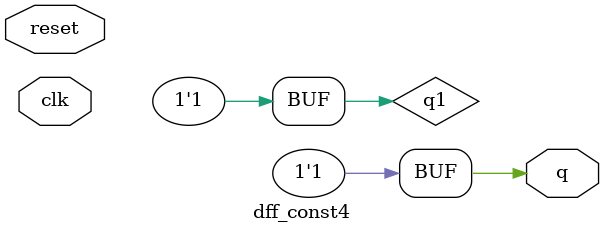
<source format=v>
/* Generated by Yosys 0.47+121 (git sha1 98b4affc4, g++ 13.2.0-23ubuntu4 -fPIC -O3) */

module dff_const4(clk, reset, q);
  input clk;
  wire clk;
  output q;
  wire q;
  wire q1;
  input reset;
  wire reset;
  assign q = 1'h1;
  assign q1 = 1'h1;
endmodule

</source>
